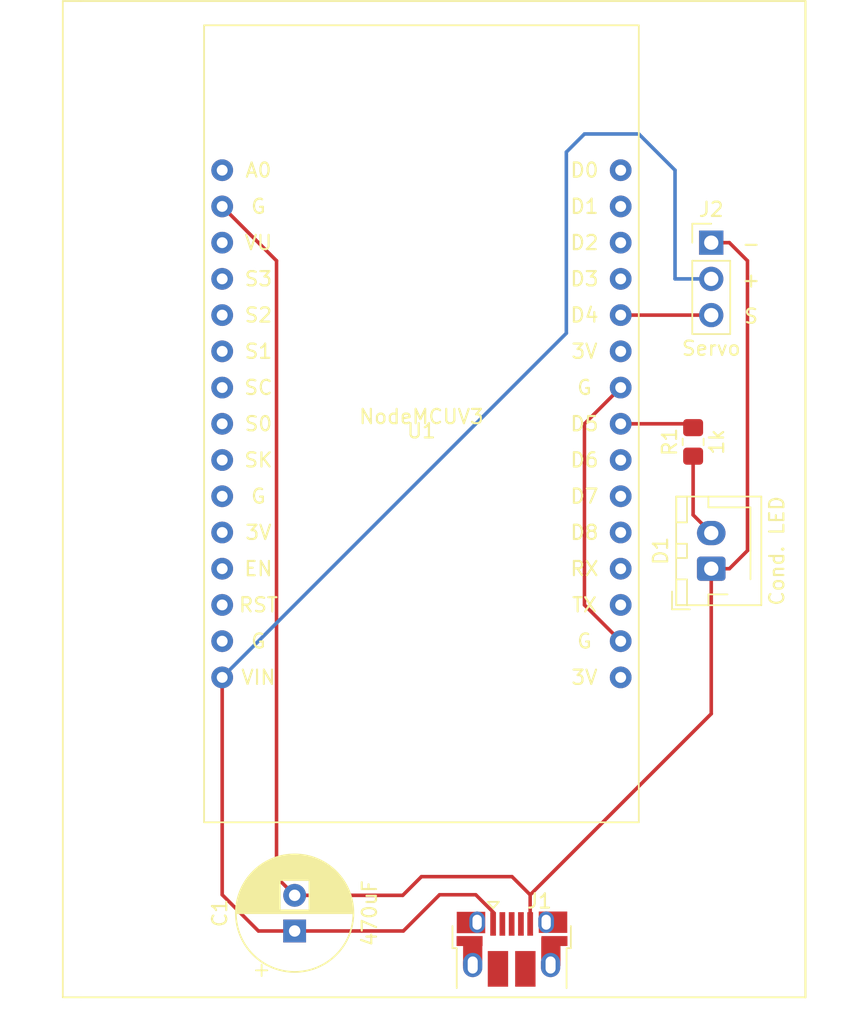
<source format=kicad_pcb>
(kicad_pcb (version 20171130) (host pcbnew "(5.1.10)-1")

  (general
    (thickness 1.6)
    (drawings 9)
    (tracks 37)
    (zones 0)
    (modules 10)
    (nets 21)
  )

  (page A4)
  (layers
    (0 F.Cu signal)
    (31 B.Cu signal)
    (32 B.Adhes user)
    (33 F.Adhes user)
    (34 B.Paste user)
    (35 F.Paste user)
    (36 B.SilkS user)
    (37 F.SilkS user)
    (38 B.Mask user)
    (39 F.Mask user)
    (40 Dwgs.User user)
    (41 Cmts.User user)
    (42 Eco1.User user)
    (43 Eco2.User user)
    (44 Edge.Cuts user)
    (45 Margin user)
    (46 B.CrtYd user)
    (47 F.CrtYd user)
    (48 B.Fab user)
    (49 F.Fab user)
  )

  (setup
    (last_trace_width 0.25)
    (trace_clearance 0.2)
    (zone_clearance 0.508)
    (zone_45_only no)
    (trace_min 0.2)
    (via_size 0.8)
    (via_drill 0.4)
    (via_min_size 0.4)
    (via_min_drill 0.3)
    (uvia_size 0.3)
    (uvia_drill 0.1)
    (uvias_allowed no)
    (uvia_min_size 0.2)
    (uvia_min_drill 0.1)
    (edge_width 0.05)
    (segment_width 0.2)
    (pcb_text_width 0.3)
    (pcb_text_size 1.5 1.5)
    (mod_edge_width 0.12)
    (mod_text_size 1 1)
    (mod_text_width 0.15)
    (pad_size 1.524 1.524)
    (pad_drill 0.762)
    (pad_to_mask_clearance 0)
    (aux_axis_origin 0 0)
    (visible_elements 7FFFFFFF)
    (pcbplotparams
      (layerselection 0x010fc_ffffffff)
      (usegerberextensions true)
      (usegerberattributes true)
      (usegerberadvancedattributes true)
      (creategerberjobfile true)
      (excludeedgelayer true)
      (linewidth 0.100000)
      (plotframeref false)
      (viasonmask false)
      (mode 1)
      (useauxorigin false)
      (hpglpennumber 1)
      (hpglpenspeed 20)
      (hpglpendiameter 15.000000)
      (psnegative false)
      (psa4output false)
      (plotreference true)
      (plotvalue true)
      (plotinvisibletext false)
      (padsonsilk false)
      (subtractmaskfromsilk false)
      (outputformat 1)
      (mirror false)
      (drillshape 0)
      (scaleselection 1)
      (outputdirectory "gerber/"))
  )

  (net 0 "")
  (net 1 "Net-(C1-Pad1)")
  (net 2 "Net-(C1-Pad2)")
  (net 3 "Net-(D1-Pad2)")
  (net 4 "Net-(J1-Pad2)")
  (net 5 "Net-(J1-Pad3)")
  (net 6 "Net-(J1-Pad4)")
  (net 7 "Net-(J2-Pad3)")
  (net 8 "Net-(R1-Pad2)")
  (net 9 "Net-(U1-Pad0)")
  (net 10 "Net-(U1-Pad27)")
  (net 11 "Net-(U1-Pad26)")
  (net 12 "Net-(U1-Pad25)")
  (net 13 "Net-(U1-Pad24)")
  (net 14 "Net-(U1-Pad23)")
  (net 15 "Net-(U1-Pad18)")
  (net 16 "Net-(U1-Pad17)")
  (net 17 "Net-(U1-Pad16)")
  (net 18 "Net-(U1-Pad15)")
  (net 19 "Net-(U1-Pad12)")
  (net 20 "Net-(U1-Pad10)")

  (net_class Default "This is the default net class."
    (clearance 0.2)
    (trace_width 0.25)
    (via_dia 0.8)
    (via_drill 0.4)
    (uvia_dia 0.3)
    (uvia_drill 0.1)
    (add_net "Net-(C1-Pad1)")
    (add_net "Net-(C1-Pad2)")
    (add_net "Net-(D1-Pad2)")
    (add_net "Net-(J1-Pad2)")
    (add_net "Net-(J1-Pad3)")
    (add_net "Net-(J1-Pad4)")
    (add_net "Net-(J2-Pad3)")
    (add_net "Net-(R1-Pad2)")
    (add_net "Net-(U1-Pad0)")
    (add_net "Net-(U1-Pad10)")
    (add_net "Net-(U1-Pad12)")
    (add_net "Net-(U1-Pad15)")
    (add_net "Net-(U1-Pad16)")
    (add_net "Net-(U1-Pad17)")
    (add_net "Net-(U1-Pad18)")
    (add_net "Net-(U1-Pad23)")
    (add_net "Net-(U1-Pad24)")
    (add_net "Net-(U1-Pad25)")
    (add_net "Net-(U1-Pad26)")
    (add_net "Net-(U1-Pad27)")
  )

  (module MountingHole:MountingHole_3.2mm_M3 (layer F.Cu) (tedit 56D1B4CB) (tstamp 6129E0B2)
    (at 121.92 64.77)
    (descr "Mounting Hole 3.2mm, no annular, M3")
    (tags "mounting hole 3.2mm no annular m3")
    (attr virtual)
    (fp_text reference REF** (at 0 -4.2) (layer F.SilkS) hide
      (effects (font (size 1 1) (thickness 0.15)))
    )
    (fp_text value MountingHole_3.2mm_M3 (at 0 4.2) (layer F.Fab)
      (effects (font (size 1 1) (thickness 0.15)))
    )
    (fp_text user %R (at 0.3 0) (layer F.Fab)
      (effects (font (size 1 1) (thickness 0.15)))
    )
    (fp_circle (center 0 0) (end 3.2 0) (layer Cmts.User) (width 0.15))
    (fp_circle (center 0 0) (end 3.45 0) (layer F.CrtYd) (width 0.05))
    (pad 1 np_thru_hole circle (at 0 0) (size 3.2 3.2) (drill 3.2) (layers *.Cu *.Mask))
  )

  (module MountingHole:MountingHole_3.2mm_M3 (layer F.Cu) (tedit 56D1B4CB) (tstamp 6129E087)
    (at 163.83 64.77)
    (descr "Mounting Hole 3.2mm, no annular, M3")
    (tags "mounting hole 3.2mm no annular m3")
    (attr virtual)
    (fp_text reference REF** (at 0 -4.2) (layer F.SilkS) hide
      (effects (font (size 1 1) (thickness 0.15)))
    )
    (fp_text value MountingHole_3.2mm_M3 (at 0 4.2) (layer F.Fab)
      (effects (font (size 1 1) (thickness 0.15)))
    )
    (fp_text user %R (at 0.3 0) (layer F.Fab)
      (effects (font (size 1 1) (thickness 0.15)))
    )
    (fp_circle (center 0 0) (end 3.2 0) (layer Cmts.User) (width 0.15))
    (fp_circle (center 0 0) (end 3.45 0) (layer F.CrtYd) (width 0.05))
    (pad 1 np_thru_hole circle (at 0 0) (size 3.2 3.2) (drill 3.2) (layers *.Cu *.Mask))
  )

  (module MountingHole:MountingHole_3.2mm_M3 (layer F.Cu) (tedit 56D1B4CB) (tstamp 6129E041)
    (at 121.92 124.46)
    (descr "Mounting Hole 3.2mm, no annular, M3")
    (tags "mounting hole 3.2mm no annular m3")
    (attr virtual)
    (fp_text reference REF** (at 0 -4.2) (layer Dwgs.User) hide
      (effects (font (size 1 1) (thickness 0.15)))
    )
    (fp_text value MountingHole_3.2mm_M3 (at 0 4.2) (layer F.Fab) hide
      (effects (font (size 1 1) (thickness 0.15)))
    )
    (fp_text user %R (at 0.3 0) (layer F.Fab)
      (effects (font (size 1 1) (thickness 0.15)))
    )
    (fp_circle (center 0 0) (end 3.2 0) (layer Cmts.User) (width 0.15))
    (fp_circle (center 0 0) (end 3.45 0) (layer F.CrtYd) (width 0.05))
    (pad 1 np_thru_hole circle (at 0 0) (size 3.2 3.2) (drill 3.2) (layers *.Cu *.Mask))
  )

  (module MountingHole:MountingHole_3.2mm_M3 (layer F.Cu) (tedit 56D1B4CB) (tstamp 6129B023)
    (at 163.83 124.46)
    (descr "Mounting Hole 3.2mm, no annular, M3")
    (tags "mounting hole 3.2mm no annular m3")
    (attr virtual)
    (fp_text reference REF** (at 0 -4.2) (layer F.SilkS) hide
      (effects (font (size 1 1) (thickness 0.15)))
    )
    (fp_text value MountingHole_3.2mm_M3 (at 0 4.2) (layer F.Fab) hide
      (effects (font (size 1 1) (thickness 0.15)))
    )
    (fp_circle (center 0 0) (end 3.45 0) (layer F.CrtYd) (width 0.05))
    (fp_circle (center 0 0) (end 3.2 0) (layer Cmts.User) (width 0.15))
    (fp_text user %R (at 0.3 0) (layer F.Fab)
      (effects (font (size 1 1) (thickness 0.15)))
    )
    (pad 1 np_thru_hole circle (at 0 0) (size 3.2 3.2) (drill 3.2) (layers *.Cu *.Mask))
  )

  (module Capacitor_THT:CP_Radial_D8.0mm_P2.50mm (layer F.Cu) (tedit 5AE50EF0) (tstamp 6129A6C9)
    (at 133.096 124.888 90)
    (descr "CP, Radial series, Radial, pin pitch=2.50mm, , diameter=8mm, Electrolytic Capacitor")
    (tags "CP Radial series Radial pin pitch 2.50mm  diameter 8mm Electrolytic Capacitor")
    (path /612657E0)
    (fp_text reference C1 (at 1.25 -5.25 90) (layer F.SilkS)
      (effects (font (size 1 1) (thickness 0.15)))
    )
    (fp_text value 470uF (at 1.25 5.25 90) (layer F.SilkS)
      (effects (font (size 1 1) (thickness 0.15)))
    )
    (fp_circle (center 1.25 0) (end 5.25 0) (layer F.Fab) (width 0.1))
    (fp_circle (center 1.25 0) (end 5.37 0) (layer F.SilkS) (width 0.12))
    (fp_circle (center 1.25 0) (end 5.5 0) (layer F.CrtYd) (width 0.05))
    (fp_line (start -2.176759 -1.7475) (end -1.376759 -1.7475) (layer F.Fab) (width 0.1))
    (fp_line (start -1.776759 -2.1475) (end -1.776759 -1.3475) (layer F.Fab) (width 0.1))
    (fp_line (start 1.25 -4.08) (end 1.25 4.08) (layer F.SilkS) (width 0.12))
    (fp_line (start 1.29 -4.08) (end 1.29 4.08) (layer F.SilkS) (width 0.12))
    (fp_line (start 1.33 -4.08) (end 1.33 4.08) (layer F.SilkS) (width 0.12))
    (fp_line (start 1.37 -4.079) (end 1.37 4.079) (layer F.SilkS) (width 0.12))
    (fp_line (start 1.41 -4.077) (end 1.41 4.077) (layer F.SilkS) (width 0.12))
    (fp_line (start 1.45 -4.076) (end 1.45 4.076) (layer F.SilkS) (width 0.12))
    (fp_line (start 1.49 -4.074) (end 1.49 -1.04) (layer F.SilkS) (width 0.12))
    (fp_line (start 1.49 1.04) (end 1.49 4.074) (layer F.SilkS) (width 0.12))
    (fp_line (start 1.53 -4.071) (end 1.53 -1.04) (layer F.SilkS) (width 0.12))
    (fp_line (start 1.53 1.04) (end 1.53 4.071) (layer F.SilkS) (width 0.12))
    (fp_line (start 1.57 -4.068) (end 1.57 -1.04) (layer F.SilkS) (width 0.12))
    (fp_line (start 1.57 1.04) (end 1.57 4.068) (layer F.SilkS) (width 0.12))
    (fp_line (start 1.61 -4.065) (end 1.61 -1.04) (layer F.SilkS) (width 0.12))
    (fp_line (start 1.61 1.04) (end 1.61 4.065) (layer F.SilkS) (width 0.12))
    (fp_line (start 1.65 -4.061) (end 1.65 -1.04) (layer F.SilkS) (width 0.12))
    (fp_line (start 1.65 1.04) (end 1.65 4.061) (layer F.SilkS) (width 0.12))
    (fp_line (start 1.69 -4.057) (end 1.69 -1.04) (layer F.SilkS) (width 0.12))
    (fp_line (start 1.69 1.04) (end 1.69 4.057) (layer F.SilkS) (width 0.12))
    (fp_line (start 1.73 -4.052) (end 1.73 -1.04) (layer F.SilkS) (width 0.12))
    (fp_line (start 1.73 1.04) (end 1.73 4.052) (layer F.SilkS) (width 0.12))
    (fp_line (start 1.77 -4.048) (end 1.77 -1.04) (layer F.SilkS) (width 0.12))
    (fp_line (start 1.77 1.04) (end 1.77 4.048) (layer F.SilkS) (width 0.12))
    (fp_line (start 1.81 -4.042) (end 1.81 -1.04) (layer F.SilkS) (width 0.12))
    (fp_line (start 1.81 1.04) (end 1.81 4.042) (layer F.SilkS) (width 0.12))
    (fp_line (start 1.85 -4.037) (end 1.85 -1.04) (layer F.SilkS) (width 0.12))
    (fp_line (start 1.85 1.04) (end 1.85 4.037) (layer F.SilkS) (width 0.12))
    (fp_line (start 1.89 -4.03) (end 1.89 -1.04) (layer F.SilkS) (width 0.12))
    (fp_line (start 1.89 1.04) (end 1.89 4.03) (layer F.SilkS) (width 0.12))
    (fp_line (start 1.93 -4.024) (end 1.93 -1.04) (layer F.SilkS) (width 0.12))
    (fp_line (start 1.93 1.04) (end 1.93 4.024) (layer F.SilkS) (width 0.12))
    (fp_line (start 1.971 -4.017) (end 1.971 -1.04) (layer F.SilkS) (width 0.12))
    (fp_line (start 1.971 1.04) (end 1.971 4.017) (layer F.SilkS) (width 0.12))
    (fp_line (start 2.011 -4.01) (end 2.011 -1.04) (layer F.SilkS) (width 0.12))
    (fp_line (start 2.011 1.04) (end 2.011 4.01) (layer F.SilkS) (width 0.12))
    (fp_line (start 2.051 -4.002) (end 2.051 -1.04) (layer F.SilkS) (width 0.12))
    (fp_line (start 2.051 1.04) (end 2.051 4.002) (layer F.SilkS) (width 0.12))
    (fp_line (start 2.091 -3.994) (end 2.091 -1.04) (layer F.SilkS) (width 0.12))
    (fp_line (start 2.091 1.04) (end 2.091 3.994) (layer F.SilkS) (width 0.12))
    (fp_line (start 2.131 -3.985) (end 2.131 -1.04) (layer F.SilkS) (width 0.12))
    (fp_line (start 2.131 1.04) (end 2.131 3.985) (layer F.SilkS) (width 0.12))
    (fp_line (start 2.171 -3.976) (end 2.171 -1.04) (layer F.SilkS) (width 0.12))
    (fp_line (start 2.171 1.04) (end 2.171 3.976) (layer F.SilkS) (width 0.12))
    (fp_line (start 2.211 -3.967) (end 2.211 -1.04) (layer F.SilkS) (width 0.12))
    (fp_line (start 2.211 1.04) (end 2.211 3.967) (layer F.SilkS) (width 0.12))
    (fp_line (start 2.251 -3.957) (end 2.251 -1.04) (layer F.SilkS) (width 0.12))
    (fp_line (start 2.251 1.04) (end 2.251 3.957) (layer F.SilkS) (width 0.12))
    (fp_line (start 2.291 -3.947) (end 2.291 -1.04) (layer F.SilkS) (width 0.12))
    (fp_line (start 2.291 1.04) (end 2.291 3.947) (layer F.SilkS) (width 0.12))
    (fp_line (start 2.331 -3.936) (end 2.331 -1.04) (layer F.SilkS) (width 0.12))
    (fp_line (start 2.331 1.04) (end 2.331 3.936) (layer F.SilkS) (width 0.12))
    (fp_line (start 2.371 -3.925) (end 2.371 -1.04) (layer F.SilkS) (width 0.12))
    (fp_line (start 2.371 1.04) (end 2.371 3.925) (layer F.SilkS) (width 0.12))
    (fp_line (start 2.411 -3.914) (end 2.411 -1.04) (layer F.SilkS) (width 0.12))
    (fp_line (start 2.411 1.04) (end 2.411 3.914) (layer F.SilkS) (width 0.12))
    (fp_line (start 2.451 -3.902) (end 2.451 -1.04) (layer F.SilkS) (width 0.12))
    (fp_line (start 2.451 1.04) (end 2.451 3.902) (layer F.SilkS) (width 0.12))
    (fp_line (start 2.491 -3.889) (end 2.491 -1.04) (layer F.SilkS) (width 0.12))
    (fp_line (start 2.491 1.04) (end 2.491 3.889) (layer F.SilkS) (width 0.12))
    (fp_line (start 2.531 -3.877) (end 2.531 -1.04) (layer F.SilkS) (width 0.12))
    (fp_line (start 2.531 1.04) (end 2.531 3.877) (layer F.SilkS) (width 0.12))
    (fp_line (start 2.571 -3.863) (end 2.571 -1.04) (layer F.SilkS) (width 0.12))
    (fp_line (start 2.571 1.04) (end 2.571 3.863) (layer F.SilkS) (width 0.12))
    (fp_line (start 2.611 -3.85) (end 2.611 -1.04) (layer F.SilkS) (width 0.12))
    (fp_line (start 2.611 1.04) (end 2.611 3.85) (layer F.SilkS) (width 0.12))
    (fp_line (start 2.651 -3.835) (end 2.651 -1.04) (layer F.SilkS) (width 0.12))
    (fp_line (start 2.651 1.04) (end 2.651 3.835) (layer F.SilkS) (width 0.12))
    (fp_line (start 2.691 -3.821) (end 2.691 -1.04) (layer F.SilkS) (width 0.12))
    (fp_line (start 2.691 1.04) (end 2.691 3.821) (layer F.SilkS) (width 0.12))
    (fp_line (start 2.731 -3.805) (end 2.731 -1.04) (layer F.SilkS) (width 0.12))
    (fp_line (start 2.731 1.04) (end 2.731 3.805) (layer F.SilkS) (width 0.12))
    (fp_line (start 2.771 -3.79) (end 2.771 -1.04) (layer F.SilkS) (width 0.12))
    (fp_line (start 2.771 1.04) (end 2.771 3.79) (layer F.SilkS) (width 0.12))
    (fp_line (start 2.811 -3.774) (end 2.811 -1.04) (layer F.SilkS) (width 0.12))
    (fp_line (start 2.811 1.04) (end 2.811 3.774) (layer F.SilkS) (width 0.12))
    (fp_line (start 2.851 -3.757) (end 2.851 -1.04) (layer F.SilkS) (width 0.12))
    (fp_line (start 2.851 1.04) (end 2.851 3.757) (layer F.SilkS) (width 0.12))
    (fp_line (start 2.891 -3.74) (end 2.891 -1.04) (layer F.SilkS) (width 0.12))
    (fp_line (start 2.891 1.04) (end 2.891 3.74) (layer F.SilkS) (width 0.12))
    (fp_line (start 2.931 -3.722) (end 2.931 -1.04) (layer F.SilkS) (width 0.12))
    (fp_line (start 2.931 1.04) (end 2.931 3.722) (layer F.SilkS) (width 0.12))
    (fp_line (start 2.971 -3.704) (end 2.971 -1.04) (layer F.SilkS) (width 0.12))
    (fp_line (start 2.971 1.04) (end 2.971 3.704) (layer F.SilkS) (width 0.12))
    (fp_line (start 3.011 -3.686) (end 3.011 -1.04) (layer F.SilkS) (width 0.12))
    (fp_line (start 3.011 1.04) (end 3.011 3.686) (layer F.SilkS) (width 0.12))
    (fp_line (start 3.051 -3.666) (end 3.051 -1.04) (layer F.SilkS) (width 0.12))
    (fp_line (start 3.051 1.04) (end 3.051 3.666) (layer F.SilkS) (width 0.12))
    (fp_line (start 3.091 -3.647) (end 3.091 -1.04) (layer F.SilkS) (width 0.12))
    (fp_line (start 3.091 1.04) (end 3.091 3.647) (layer F.SilkS) (width 0.12))
    (fp_line (start 3.131 -3.627) (end 3.131 -1.04) (layer F.SilkS) (width 0.12))
    (fp_line (start 3.131 1.04) (end 3.131 3.627) (layer F.SilkS) (width 0.12))
    (fp_line (start 3.171 -3.606) (end 3.171 -1.04) (layer F.SilkS) (width 0.12))
    (fp_line (start 3.171 1.04) (end 3.171 3.606) (layer F.SilkS) (width 0.12))
    (fp_line (start 3.211 -3.584) (end 3.211 -1.04) (layer F.SilkS) (width 0.12))
    (fp_line (start 3.211 1.04) (end 3.211 3.584) (layer F.SilkS) (width 0.12))
    (fp_line (start 3.251 -3.562) (end 3.251 -1.04) (layer F.SilkS) (width 0.12))
    (fp_line (start 3.251 1.04) (end 3.251 3.562) (layer F.SilkS) (width 0.12))
    (fp_line (start 3.291 -3.54) (end 3.291 -1.04) (layer F.SilkS) (width 0.12))
    (fp_line (start 3.291 1.04) (end 3.291 3.54) (layer F.SilkS) (width 0.12))
    (fp_line (start 3.331 -3.517) (end 3.331 -1.04) (layer F.SilkS) (width 0.12))
    (fp_line (start 3.331 1.04) (end 3.331 3.517) (layer F.SilkS) (width 0.12))
    (fp_line (start 3.371 -3.493) (end 3.371 -1.04) (layer F.SilkS) (width 0.12))
    (fp_line (start 3.371 1.04) (end 3.371 3.493) (layer F.SilkS) (width 0.12))
    (fp_line (start 3.411 -3.469) (end 3.411 -1.04) (layer F.SilkS) (width 0.12))
    (fp_line (start 3.411 1.04) (end 3.411 3.469) (layer F.SilkS) (width 0.12))
    (fp_line (start 3.451 -3.444) (end 3.451 -1.04) (layer F.SilkS) (width 0.12))
    (fp_line (start 3.451 1.04) (end 3.451 3.444) (layer F.SilkS) (width 0.12))
    (fp_line (start 3.491 -3.418) (end 3.491 -1.04) (layer F.SilkS) (width 0.12))
    (fp_line (start 3.491 1.04) (end 3.491 3.418) (layer F.SilkS) (width 0.12))
    (fp_line (start 3.531 -3.392) (end 3.531 -1.04) (layer F.SilkS) (width 0.12))
    (fp_line (start 3.531 1.04) (end 3.531 3.392) (layer F.SilkS) (width 0.12))
    (fp_line (start 3.571 -3.365) (end 3.571 3.365) (layer F.SilkS) (width 0.12))
    (fp_line (start 3.611 -3.338) (end 3.611 3.338) (layer F.SilkS) (width 0.12))
    (fp_line (start 3.651 -3.309) (end 3.651 3.309) (layer F.SilkS) (width 0.12))
    (fp_line (start 3.691 -3.28) (end 3.691 3.28) (layer F.SilkS) (width 0.12))
    (fp_line (start 3.731 -3.25) (end 3.731 3.25) (layer F.SilkS) (width 0.12))
    (fp_line (start 3.771 -3.22) (end 3.771 3.22) (layer F.SilkS) (width 0.12))
    (fp_line (start 3.811 -3.189) (end 3.811 3.189) (layer F.SilkS) (width 0.12))
    (fp_line (start 3.851 -3.156) (end 3.851 3.156) (layer F.SilkS) (width 0.12))
    (fp_line (start 3.891 -3.124) (end 3.891 3.124) (layer F.SilkS) (width 0.12))
    (fp_line (start 3.931 -3.09) (end 3.931 3.09) (layer F.SilkS) (width 0.12))
    (fp_line (start 3.971 -3.055) (end 3.971 3.055) (layer F.SilkS) (width 0.12))
    (fp_line (start 4.011 -3.019) (end 4.011 3.019) (layer F.SilkS) (width 0.12))
    (fp_line (start 4.051 -2.983) (end 4.051 2.983) (layer F.SilkS) (width 0.12))
    (fp_line (start 4.091 -2.945) (end 4.091 2.945) (layer F.SilkS) (width 0.12))
    (fp_line (start 4.131 -2.907) (end 4.131 2.907) (layer F.SilkS) (width 0.12))
    (fp_line (start 4.171 -2.867) (end 4.171 2.867) (layer F.SilkS) (width 0.12))
    (fp_line (start 4.211 -2.826) (end 4.211 2.826) (layer F.SilkS) (width 0.12))
    (fp_line (start 4.251 -2.784) (end 4.251 2.784) (layer F.SilkS) (width 0.12))
    (fp_line (start 4.291 -2.741) (end 4.291 2.741) (layer F.SilkS) (width 0.12))
    (fp_line (start 4.331 -2.697) (end 4.331 2.697) (layer F.SilkS) (width 0.12))
    (fp_line (start 4.371 -2.651) (end 4.371 2.651) (layer F.SilkS) (width 0.12))
    (fp_line (start 4.411 -2.604) (end 4.411 2.604) (layer F.SilkS) (width 0.12))
    (fp_line (start 4.451 -2.556) (end 4.451 2.556) (layer F.SilkS) (width 0.12))
    (fp_line (start 4.491 -2.505) (end 4.491 2.505) (layer F.SilkS) (width 0.12))
    (fp_line (start 4.531 -2.454) (end 4.531 2.454) (layer F.SilkS) (width 0.12))
    (fp_line (start 4.571 -2.4) (end 4.571 2.4) (layer F.SilkS) (width 0.12))
    (fp_line (start 4.611 -2.345) (end 4.611 2.345) (layer F.SilkS) (width 0.12))
    (fp_line (start 4.651 -2.287) (end 4.651 2.287) (layer F.SilkS) (width 0.12))
    (fp_line (start 4.691 -2.228) (end 4.691 2.228) (layer F.SilkS) (width 0.12))
    (fp_line (start 4.731 -2.166) (end 4.731 2.166) (layer F.SilkS) (width 0.12))
    (fp_line (start 4.771 -2.102) (end 4.771 2.102) (layer F.SilkS) (width 0.12))
    (fp_line (start 4.811 -2.034) (end 4.811 2.034) (layer F.SilkS) (width 0.12))
    (fp_line (start 4.851 -1.964) (end 4.851 1.964) (layer F.SilkS) (width 0.12))
    (fp_line (start 4.891 -1.89) (end 4.891 1.89) (layer F.SilkS) (width 0.12))
    (fp_line (start 4.931 -1.813) (end 4.931 1.813) (layer F.SilkS) (width 0.12))
    (fp_line (start 4.971 -1.731) (end 4.971 1.731) (layer F.SilkS) (width 0.12))
    (fp_line (start 5.011 -1.645) (end 5.011 1.645) (layer F.SilkS) (width 0.12))
    (fp_line (start 5.051 -1.552) (end 5.051 1.552) (layer F.SilkS) (width 0.12))
    (fp_line (start 5.091 -1.453) (end 5.091 1.453) (layer F.SilkS) (width 0.12))
    (fp_line (start 5.131 -1.346) (end 5.131 1.346) (layer F.SilkS) (width 0.12))
    (fp_line (start 5.171 -1.229) (end 5.171 1.229) (layer F.SilkS) (width 0.12))
    (fp_line (start 5.211 -1.098) (end 5.211 1.098) (layer F.SilkS) (width 0.12))
    (fp_line (start 5.251 -0.948) (end 5.251 0.948) (layer F.SilkS) (width 0.12))
    (fp_line (start 5.291 -0.768) (end 5.291 0.768) (layer F.SilkS) (width 0.12))
    (fp_line (start 5.331 -0.533) (end 5.331 0.533) (layer F.SilkS) (width 0.12))
    (fp_line (start -3.159698 -2.315) (end -2.359698 -2.315) (layer F.SilkS) (width 0.12))
    (fp_line (start -2.759698 -2.715) (end -2.759698 -1.915) (layer F.SilkS) (width 0.12))
    (fp_text user %R (at 1.25 0 90) (layer F.Fab)
      (effects (font (size 1 1) (thickness 0.15)))
    )
    (pad 2 thru_hole circle (at 2.5 0 90) (size 1.6 1.6) (drill 0.8) (layers *.Cu *.Mask)
      (net 2 "Net-(C1-Pad2)"))
    (pad 1 thru_hole rect (at 0 0 90) (size 1.6 1.6) (drill 0.8) (layers *.Cu *.Mask)
      (net 1 "Net-(C1-Pad1)"))
    (model ${KISYS3DMOD}/Capacitor_THT.3dshapes/CP_Radial_D8.0mm_P2.50mm.wrl
      (at (xyz 0 0 0))
      (scale (xyz 1 1 1))
      (rotate (xyz 0 0 0))
    )
  )

  (module Connector_JST:JST_XH_B2B-XH-AM_1x02_P2.50mm_Vertical (layer F.Cu) (tedit 5C28146E) (tstamp 6129A6F3)
    (at 162.306 99.488 90)
    (descr "JST XH series connector, B2B-XH-AM, with boss (http://www.jst-mfg.com/product/pdf/eng/eXH.pdf), generated with kicad-footprint-generator")
    (tags "connector JST XH vertical boss")
    (path /612648D4)
    (fp_text reference D1 (at 1.25 -3.55 90) (layer F.SilkS)
      (effects (font (size 1 1) (thickness 0.15)))
    )
    (fp_text value "Cond. LED" (at 1.25 4.6 90) (layer F.SilkS)
      (effects (font (size 1 1) (thickness 0.15)))
    )
    (fp_line (start -2.45 -2.35) (end -2.45 3.4) (layer F.Fab) (width 0.1))
    (fp_line (start -2.45 3.4) (end 4.95 3.4) (layer F.Fab) (width 0.1))
    (fp_line (start 4.95 3.4) (end 4.95 -2.35) (layer F.Fab) (width 0.1))
    (fp_line (start 4.95 -2.35) (end -2.45 -2.35) (layer F.Fab) (width 0.1))
    (fp_line (start -2.56 -2.46) (end -2.56 3.51) (layer F.SilkS) (width 0.12))
    (fp_line (start -2.56 3.51) (end 5.06 3.51) (layer F.SilkS) (width 0.12))
    (fp_line (start 5.06 3.51) (end 5.06 -2.46) (layer F.SilkS) (width 0.12))
    (fp_line (start 5.06 -2.46) (end -2.56 -2.46) (layer F.SilkS) (width 0.12))
    (fp_line (start -2.95 -2.85) (end -2.95 3.9) (layer F.CrtYd) (width 0.05))
    (fp_line (start -2.95 3.9) (end 5.45 3.9) (layer F.CrtYd) (width 0.05))
    (fp_line (start 5.45 3.9) (end 5.45 -2.85) (layer F.CrtYd) (width 0.05))
    (fp_line (start 5.45 -2.85) (end -2.95 -2.85) (layer F.CrtYd) (width 0.05))
    (fp_line (start -0.625 -2.35) (end 0 -1.35) (layer F.Fab) (width 0.1))
    (fp_line (start 0 -1.35) (end 0.625 -2.35) (layer F.Fab) (width 0.1))
    (fp_line (start 0.75 -2.45) (end 0.75 -1.7) (layer F.SilkS) (width 0.12))
    (fp_line (start 0.75 -1.7) (end 1.75 -1.7) (layer F.SilkS) (width 0.12))
    (fp_line (start 1.75 -1.7) (end 1.75 -2.45) (layer F.SilkS) (width 0.12))
    (fp_line (start 1.75 -2.45) (end 0.75 -2.45) (layer F.SilkS) (width 0.12))
    (fp_line (start -2.55 -2.45) (end -2.55 -1.7) (layer F.SilkS) (width 0.12))
    (fp_line (start -2.55 -1.7) (end -0.75 -1.7) (layer F.SilkS) (width 0.12))
    (fp_line (start -0.75 -1.7) (end -0.75 -2.45) (layer F.SilkS) (width 0.12))
    (fp_line (start -0.75 -2.45) (end -2.55 -2.45) (layer F.SilkS) (width 0.12))
    (fp_line (start 3.25 -2.45) (end 3.25 -1.7) (layer F.SilkS) (width 0.12))
    (fp_line (start 3.25 -1.7) (end 5.05 -1.7) (layer F.SilkS) (width 0.12))
    (fp_line (start 5.05 -1.7) (end 5.05 -2.45) (layer F.SilkS) (width 0.12))
    (fp_line (start 5.05 -2.45) (end 3.25 -2.45) (layer F.SilkS) (width 0.12))
    (fp_line (start -2.55 -0.2) (end -1.8 -0.2) (layer F.SilkS) (width 0.12))
    (fp_line (start -1.8 -0.2) (end -1.8 1.14) (layer F.SilkS) (width 0.12))
    (fp_line (start 1.25 2.75) (end -0.74 2.75) (layer F.SilkS) (width 0.12))
    (fp_line (start 5.05 -0.2) (end 4.3 -0.2) (layer F.SilkS) (width 0.12))
    (fp_line (start 4.3 -0.2) (end 4.3 2.75) (layer F.SilkS) (width 0.12))
    (fp_line (start 4.3 2.75) (end 1.25 2.75) (layer F.SilkS) (width 0.12))
    (fp_line (start -1.6 -2.75) (end -2.85 -2.75) (layer F.SilkS) (width 0.12))
    (fp_line (start -2.85 -2.75) (end -2.85 -1.5) (layer F.SilkS) (width 0.12))
    (fp_text user %R (at 1.25 2.7 90) (layer F.Fab)
      (effects (font (size 1 1) (thickness 0.15)))
    )
    (pad "" np_thru_hole circle (at -1.6 2 90) (size 1.2 1.2) (drill 1.2) (layers *.Cu *.Mask))
    (pad 2 thru_hole oval (at 2.5 0 90) (size 1.7 2) (drill 1) (layers *.Cu *.Mask)
      (net 3 "Net-(D1-Pad2)"))
    (pad 1 thru_hole roundrect (at 0 0 90) (size 1.7 2) (drill 1) (layers *.Cu *.Mask) (roundrect_rratio 0.1470588235294118)
      (net 2 "Net-(C1-Pad2)"))
    (model ${KISYS3DMOD}/Connector_JST.3dshapes/JST_XH_B2B-XH-AM_1x02_P2.50mm_Vertical.wrl
      (at (xyz 0 0 0))
      (scale (xyz 1 1 1))
      (rotate (xyz 0 0 0))
    )
  )

  (module Connector_USB:USB_Micro-B_Amphenol_10103594-0001LF_Horizontal (layer F.Cu) (tedit 5A1DC0BD) (tstamp 6129A71D)
    (at 148.336 126.158)
    (descr "Micro USB Type B 10103594-0001LF, http://cdn.amphenol-icc.com/media/wysiwyg/files/drawing/10103594.pdf")
    (tags "USB USB_B USB_micro USB_OTG")
    (path /6125A1DB)
    (attr smd)
    (fp_text reference J1 (at 1.925 -3.365) (layer F.SilkS)
      (effects (font (size 1 1) (thickness 0.15)))
    )
    (fp_text value USB (at -0.025 4.435) (layer F.Fab)
      (effects (font (size 1 1) (thickness 0.15)))
    )
    (fp_line (start -4.175 -0.065) (end -4.175 -1.615) (layer F.SilkS) (width 0.12))
    (fp_line (start -4.175 -0.065) (end -3.875 -0.065) (layer F.SilkS) (width 0.12))
    (fp_line (start -3.875 2.735) (end -3.875 -0.065) (layer F.SilkS) (width 0.12))
    (fp_line (start 4.125 -0.065) (end 4.125 -1.615) (layer F.SilkS) (width 0.12))
    (fp_line (start 3.825 -0.065) (end 4.125 -0.065) (layer F.SilkS) (width 0.12))
    (fp_line (start 3.825 2.735) (end 3.825 -0.065) (layer F.SilkS) (width 0.12))
    (fp_line (start -0.925 -3.315) (end -1.325 -2.865) (layer F.SilkS) (width 0.12))
    (fp_line (start -1.725 -3.315) (end -0.925 -3.315) (layer F.SilkS) (width 0.12))
    (fp_line (start -1.325 -2.865) (end -1.725 -3.315) (layer F.SilkS) (width 0.12))
    (fp_line (start -3.775 -0.865) (end -2.975 -1.615) (layer F.Fab) (width 0.12))
    (fp_line (start 3.725 3.335) (end -3.775 3.335) (layer F.Fab) (width 0.12))
    (fp_line (start 3.725 -1.615) (end 3.725 3.335) (layer F.Fab) (width 0.12))
    (fp_line (start -2.975 -1.615) (end 3.725 -1.615) (layer F.Fab) (width 0.12))
    (fp_line (start -3.775 3.335) (end -3.775 -0.865) (layer F.Fab) (width 0.12))
    (fp_line (start -4.025 2.835) (end 3.975 2.835) (layer Dwgs.User) (width 0.1))
    (fp_line (start -4.13 -2.88) (end 4.14 -2.88) (layer F.CrtYd) (width 0.05))
    (fp_line (start -4.13 -2.88) (end -4.13 3.58) (layer F.CrtYd) (width 0.05))
    (fp_line (start 4.14 3.58) (end 4.14 -2.88) (layer F.CrtYd) (width 0.05))
    (fp_line (start 4.14 3.58) (end -4.13 3.58) (layer F.CrtYd) (width 0.05))
    (fp_text user %R (at -0.025 -0.015) (layer F.Fab)
      (effects (font (size 1 1) (thickness 0.15)))
    )
    (fp_text user "PCB edge" (at -0.025 2.235) (layer Dwgs.User)
      (effects (font (size 0.5 0.5) (thickness 0.075)))
    )
    (pad 6 smd rect (at 0.935 1.385 90) (size 2.5 1.43) (layers F.Cu F.Paste F.Mask)
      (net 2 "Net-(C1-Pad2)"))
    (pad 6 smd rect (at -0.985 1.385 90) (size 2.5 1.43) (layers F.Cu F.Paste F.Mask)
      (net 2 "Net-(C1-Pad2)"))
    (pad 6 thru_hole oval (at 2.705 1.115 90) (size 1.7 1.35) (drill oval 1.2 0.7) (layers *.Cu *.Mask)
      (net 2 "Net-(C1-Pad2)"))
    (pad 6 thru_hole oval (at -2.755 1.115 90) (size 1.7 1.35) (drill oval 1.2 0.7) (layers *.Cu *.Mask)
      (net 2 "Net-(C1-Pad2)"))
    (pad 6 thru_hole oval (at 2.395 -1.885 90) (size 1.5 1.1) (drill oval 1.05 0.65) (layers *.Cu *.Mask)
      (net 2 "Net-(C1-Pad2)"))
    (pad 6 thru_hole oval (at -2.445 -1.885 90) (size 1.5 1.1) (drill oval 1.05 0.65) (layers *.Cu *.Mask)
      (net 2 "Net-(C1-Pad2)"))
    (pad 5 smd rect (at 1.275 -1.765 90) (size 1.65 0.4) (layers F.Cu F.Paste F.Mask)
      (net 2 "Net-(C1-Pad2)"))
    (pad 4 smd rect (at 0.625 -1.765 90) (size 1.65 0.4) (layers F.Cu F.Paste F.Mask)
      (net 6 "Net-(J1-Pad4)"))
    (pad 3 smd rect (at -0.025 -1.765 90) (size 1.65 0.4) (layers F.Cu F.Paste F.Mask)
      (net 5 "Net-(J1-Pad3)"))
    (pad 2 smd rect (at -0.675 -1.765 90) (size 1.65 0.4) (layers F.Cu F.Paste F.Mask)
      (net 4 "Net-(J1-Pad2)"))
    (pad 1 smd rect (at -1.325 -1.765 90) (size 1.65 0.4) (layers F.Cu F.Paste F.Mask)
      (net 1 "Net-(C1-Pad1)"))
    (pad 6 smd rect (at 2.875 -1.885) (size 2 1.5) (layers F.Cu F.Paste F.Mask)
      (net 2 "Net-(C1-Pad2)"))
    (pad 6 smd rect (at -2.875 -1.865) (size 2 1.5) (layers F.Cu F.Paste F.Mask)
      (net 2 "Net-(C1-Pad2)"))
    (pad 6 smd rect (at 2.975 -0.565) (size 1.825 0.7) (layers F.Cu F.Paste F.Mask)
      (net 2 "Net-(C1-Pad2)"))
    (pad 6 smd rect (at -2.975 -0.565) (size 1.825 0.7) (layers F.Cu F.Paste F.Mask)
      (net 2 "Net-(C1-Pad2)"))
    (pad 6 smd rect (at -2.755 0.185) (size 1.35 2) (layers F.Cu F.Paste F.Mask)
      (net 2 "Net-(C1-Pad2)"))
    (pad 6 smd rect (at 2.725 0.185) (size 1.35 2) (layers F.Cu F.Paste F.Mask)
      (net 2 "Net-(C1-Pad2)"))
    (model ${KISYS3DMOD}/Connector_USB.3dshapes/USB_Micro-B_Amphenol_10103594-0001LF_Horizontal.wrl
      (at (xyz 0 0 0))
      (scale (xyz 1 1 1))
      (rotate (xyz 0 0 0))
    )
  )

  (module Connector_PinHeader_2.54mm:PinHeader_1x03_P2.54mm_Vertical (layer F.Cu) (tedit 59FED5CC) (tstamp 6129A734)
    (at 162.306 76.628)
    (descr "Through hole straight pin header, 1x03, 2.54mm pitch, single row")
    (tags "Through hole pin header THT 1x03 2.54mm single row")
    (path /612672FA)
    (fp_text reference J2 (at 0 -2.33) (layer F.SilkS)
      (effects (font (size 1 1) (thickness 0.15)))
    )
    (fp_text value Servo (at 0 7.41) (layer F.SilkS)
      (effects (font (size 1 1) (thickness 0.15)))
    )
    (fp_line (start -0.635 -1.27) (end 1.27 -1.27) (layer F.Fab) (width 0.1))
    (fp_line (start 1.27 -1.27) (end 1.27 6.35) (layer F.Fab) (width 0.1))
    (fp_line (start 1.27 6.35) (end -1.27 6.35) (layer F.Fab) (width 0.1))
    (fp_line (start -1.27 6.35) (end -1.27 -0.635) (layer F.Fab) (width 0.1))
    (fp_line (start -1.27 -0.635) (end -0.635 -1.27) (layer F.Fab) (width 0.1))
    (fp_line (start -1.33 6.41) (end 1.33 6.41) (layer F.SilkS) (width 0.12))
    (fp_line (start -1.33 1.27) (end -1.33 6.41) (layer F.SilkS) (width 0.12))
    (fp_line (start 1.33 1.27) (end 1.33 6.41) (layer F.SilkS) (width 0.12))
    (fp_line (start -1.33 1.27) (end 1.33 1.27) (layer F.SilkS) (width 0.12))
    (fp_line (start -1.33 0) (end -1.33 -1.33) (layer F.SilkS) (width 0.12))
    (fp_line (start -1.33 -1.33) (end 0 -1.33) (layer F.SilkS) (width 0.12))
    (fp_line (start -1.8 -1.8) (end -1.8 6.85) (layer F.CrtYd) (width 0.05))
    (fp_line (start -1.8 6.85) (end 1.8 6.85) (layer F.CrtYd) (width 0.05))
    (fp_line (start 1.8 6.85) (end 1.8 -1.8) (layer F.CrtYd) (width 0.05))
    (fp_line (start 1.8 -1.8) (end -1.8 -1.8) (layer F.CrtYd) (width 0.05))
    (fp_text user %R (at 0 2.54 90) (layer F.Fab)
      (effects (font (size 1 1) (thickness 0.15)))
    )
    (pad 3 thru_hole oval (at 0 5.08) (size 1.7 1.7) (drill 1) (layers *.Cu *.Mask)
      (net 7 "Net-(J2-Pad3)"))
    (pad 2 thru_hole oval (at 0 2.54) (size 1.7 1.7) (drill 1) (layers *.Cu *.Mask)
      (net 1 "Net-(C1-Pad1)"))
    (pad 1 thru_hole rect (at 0 0) (size 1.7 1.7) (drill 1) (layers *.Cu *.Mask)
      (net 2 "Net-(C1-Pad2)"))
    (model ${KISYS3DMOD}/Connector_PinHeader_2.54mm.3dshapes/PinHeader_1x03_P2.54mm_Vertical.wrl
      (at (xyz 0 0 0))
      (scale (xyz 1 1 1))
      (rotate (xyz 0 0 0))
    )
  )

  (module Resistor_SMD:R_0805_2012Metric_Pad1.20x1.40mm_HandSolder (layer F.Cu) (tedit 5F68FEEE) (tstamp 6129A745)
    (at 161.036 90.598 90)
    (descr "Resistor SMD 0805 (2012 Metric), square (rectangular) end terminal, IPC_7351 nominal with elongated pad for handsoldering. (Body size source: IPC-SM-782 page 72, https://www.pcb-3d.com/wordpress/wp-content/uploads/ipc-sm-782a_amendment_1_and_2.pdf), generated with kicad-footprint-generator")
    (tags "resistor handsolder")
    (path /61263487)
    (attr smd)
    (fp_text reference R1 (at 0 -1.65 90) (layer F.SilkS)
      (effects (font (size 1 1) (thickness 0.15)))
    )
    (fp_text value 1k (at 0 1.65 90) (layer F.SilkS)
      (effects (font (size 1 1) (thickness 0.15)))
    )
    (fp_line (start -1 0.625) (end -1 -0.625) (layer F.Fab) (width 0.1))
    (fp_line (start -1 -0.625) (end 1 -0.625) (layer F.Fab) (width 0.1))
    (fp_line (start 1 -0.625) (end 1 0.625) (layer F.Fab) (width 0.1))
    (fp_line (start 1 0.625) (end -1 0.625) (layer F.Fab) (width 0.1))
    (fp_line (start -0.227064 -0.735) (end 0.227064 -0.735) (layer F.SilkS) (width 0.12))
    (fp_line (start -0.227064 0.735) (end 0.227064 0.735) (layer F.SilkS) (width 0.12))
    (fp_line (start -1.85 0.95) (end -1.85 -0.95) (layer F.CrtYd) (width 0.05))
    (fp_line (start -1.85 -0.95) (end 1.85 -0.95) (layer F.CrtYd) (width 0.05))
    (fp_line (start 1.85 -0.95) (end 1.85 0.95) (layer F.CrtYd) (width 0.05))
    (fp_line (start 1.85 0.95) (end -1.85 0.95) (layer F.CrtYd) (width 0.05))
    (fp_text user %R (at 0 0 90) (layer F.Fab)
      (effects (font (size 0.5 0.5) (thickness 0.08)))
    )
    (pad 2 smd roundrect (at 1 0 90) (size 1.2 1.4) (layers F.Cu F.Paste F.Mask) (roundrect_rratio 0.2083325)
      (net 8 "Net-(R1-Pad2)"))
    (pad 1 smd roundrect (at -1 0 90) (size 1.2 1.4) (layers F.Cu F.Paste F.Mask) (roundrect_rratio 0.2083325)
      (net 3 "Net-(D1-Pad2)"))
    (model ${KISYS3DMOD}/Resistor_SMD.3dshapes/R_0805_2012Metric.wrl
      (at (xyz 0 0 0))
      (scale (xyz 1 1 1))
      (rotate (xyz 0 0 0))
    )
  )

  (module nodemcu_board:NodeMCUV3 (layer F.Cu) (tedit 61292820) (tstamp 6129A78C)
    (at 141.986 89.328)
    (path /61297303)
    (fp_text reference U1 (at 0 0.5) (layer F.SilkS)
      (effects (font (size 1 1) (thickness 0.15)))
    )
    (fp_text value NodeMCUV3 (at 0 -0.5) (layer F.SilkS)
      (effects (font (size 1 1) (thickness 0.15)))
    )
    (fp_line (start 7.62 -20.32) (end 7.62 -27.94) (layer Dwgs.User) (width 0.12))
    (fp_line (start -7.62 -20.32) (end 7.62 -20.32) (layer Dwgs.User) (width 0.12))
    (fp_line (start -7.62 -27.94) (end -7.62 -20.32) (layer Dwgs.User) (width 0.12))
    (fp_line (start -15.24 27.94) (end -15.24 -27.94) (layer F.SilkS) (width 0.12))
    (fp_line (start 15.24 27.94) (end -15.24 27.94) (layer F.SilkS) (width 0.12))
    (fp_line (start 15.24 -27.94) (end 15.24 27.94) (layer F.SilkS) (width 0.12))
    (fp_line (start -15.24 -27.94) (end 15.24 -27.94) (layer F.SilkS) (width 0.12))
    (fp_text user A0 (at -11.43 -17.78) (layer F.SilkS)
      (effects (font (size 1 1) (thickness 0.15)))
    )
    (fp_text user G (at -11.43 -15.24) (layer F.SilkS)
      (effects (font (size 1 1) (thickness 0.15)))
    )
    (fp_text user VU (at -11.43 -12.7) (layer F.SilkS)
      (effects (font (size 1 1) (thickness 0.15)))
    )
    (fp_text user S3 (at -11.43 -10.16) (layer F.SilkS)
      (effects (font (size 1 1) (thickness 0.15)))
    )
    (fp_text user S2 (at -11.43 -7.62) (layer F.SilkS)
      (effects (font (size 1 1) (thickness 0.15)))
    )
    (fp_text user S1 (at -11.43 -5.08) (layer F.SilkS)
      (effects (font (size 1 1) (thickness 0.15)))
    )
    (fp_text user SC (at -11.43 -2.54) (layer F.SilkS)
      (effects (font (size 1 1) (thickness 0.15)))
    )
    (fp_text user S0 (at -11.43 0) (layer F.SilkS)
      (effects (font (size 1 1) (thickness 0.15)))
    )
    (fp_text user SK (at -11.43 2.54) (layer F.SilkS)
      (effects (font (size 1 1) (thickness 0.15)))
    )
    (fp_text user G (at -11.43 5.08) (layer F.SilkS)
      (effects (font (size 1 1) (thickness 0.15)))
    )
    (fp_text user 3V (at -11.43 7.62) (layer F.SilkS)
      (effects (font (size 1 1) (thickness 0.15)))
    )
    (fp_text user EN (at -11.43 10.16) (layer F.SilkS)
      (effects (font (size 1 1) (thickness 0.15)))
    )
    (fp_text user RST (at -11.43 12.7) (layer F.SilkS)
      (effects (font (size 1 1) (thickness 0.15)))
    )
    (fp_text user G (at -11.43 15.24) (layer F.SilkS)
      (effects (font (size 1 1) (thickness 0.15)))
    )
    (fp_text user VIN (at -11.43 17.78) (layer F.SilkS)
      (effects (font (size 1 1) (thickness 0.15)))
    )
    (fp_text user D0 (at 11.43 -17.78) (layer F.SilkS)
      (effects (font (size 1 1) (thickness 0.15)))
    )
    (fp_text user D1 (at 11.43 -15.24) (layer F.SilkS)
      (effects (font (size 1 1) (thickness 0.15)))
    )
    (fp_text user D2 (at 11.43 -12.7) (layer F.SilkS)
      (effects (font (size 1 1) (thickness 0.15)))
    )
    (fp_text user D3 (at 11.43 -10.16) (layer F.SilkS)
      (effects (font (size 1 1) (thickness 0.15)))
    )
    (fp_text user D4 (at 11.43 -7.62) (layer F.SilkS)
      (effects (font (size 1 1) (thickness 0.15)))
    )
    (fp_text user 3V (at 11.43 -5.08) (layer F.SilkS)
      (effects (font (size 1 1) (thickness 0.15)))
    )
    (fp_text user G (at 11.43 -2.54) (layer F.SilkS)
      (effects (font (size 1 1) (thickness 0.15)))
    )
    (fp_text user D5 (at 11.43 0) (layer F.SilkS)
      (effects (font (size 1 1) (thickness 0.15)))
    )
    (fp_text user D6 (at 11.43 2.54) (layer F.SilkS)
      (effects (font (size 1 1) (thickness 0.15)))
    )
    (fp_text user D7 (at 11.43 5.08) (layer F.SilkS)
      (effects (font (size 1 1) (thickness 0.15)))
    )
    (fp_text user D8 (at 11.43 7.62) (layer F.SilkS)
      (effects (font (size 1 1) (thickness 0.15)))
    )
    (fp_text user RX (at 11.43 10.16) (layer F.SilkS)
      (effects (font (size 1 1) (thickness 0.15)))
    )
    (fp_text user TX (at 11.43 12.7) (layer F.SilkS)
      (effects (font (size 1 1) (thickness 0.15)))
    )
    (fp_text user G (at 11.43 15.24) (layer F.SilkS)
      (effects (font (size 1 1) (thickness 0.15)))
    )
    (fp_text user 3V (at 11.43 17.78) (layer F.SilkS)
      (effects (font (size 1 1) (thickness 0.15)))
    )
    (pad 1 thru_hole circle (at -13.97 -15.24) (size 1.524 1.524) (drill 0.762) (layers *.Cu *.Mask)
      (net 2 "Net-(C1-Pad2)"))
    (pad 2 thru_hole circle (at -13.97 -12.7) (size 1.524 1.524) (drill 0.762) (layers *.Cu *.Mask))
    (pad 3 thru_hole circle (at -13.97 -10.16) (size 1.524 1.524) (drill 0.762) (layers *.Cu *.Mask))
    (pad 4 thru_hole circle (at -13.97 -7.62) (size 1.524 1.524) (drill 0.762) (layers *.Cu *.Mask))
    (pad 5 thru_hole circle (at -13.97 -5.08) (size 1.524 1.524) (drill 0.762) (layers *.Cu *.Mask))
    (pad 6 thru_hole circle (at -13.97 -2.54) (size 1.524 1.524) (drill 0.762) (layers *.Cu *.Mask))
    (pad 7 thru_hole circle (at -13.97 0) (size 1.524 1.524) (drill 0.762) (layers *.Cu *.Mask))
    (pad 8 thru_hole circle (at -13.97 2.54) (size 1.524 1.524) (drill 0.762) (layers *.Cu *.Mask))
    (pad 9 thru_hole circle (at -13.97 5.08) (size 1.524 1.524) (drill 0.762) (layers *.Cu *.Mask))
    (pad 10 thru_hole circle (at -13.97 7.62) (size 1.524 1.524) (drill 0.762) (layers *.Cu *.Mask)
      (net 20 "Net-(U1-Pad10)"))
    (pad 11 thru_hole circle (at -13.97 10.16) (size 1.524 1.524) (drill 0.762) (layers *.Cu *.Mask))
    (pad 12 thru_hole circle (at -13.97 12.7) (size 1.524 1.524) (drill 0.762) (layers *.Cu *.Mask)
      (net 19 "Net-(U1-Pad12)"))
    (pad 13 thru_hole circle (at -13.97 15.24) (size 1.524 1.524) (drill 0.762) (layers *.Cu *.Mask))
    (pad 14 thru_hole circle (at -13.97 17.78) (size 1.524 1.524) (drill 0.762) (layers *.Cu *.Mask)
      (net 1 "Net-(C1-Pad1)"))
    (pad 15 thru_hole circle (at 13.97 -17.78) (size 1.524 1.524) (drill 0.762) (layers *.Cu *.Mask)
      (net 18 "Net-(U1-Pad15)"))
    (pad 16 thru_hole circle (at 13.97 -15.24) (size 1.524 1.524) (drill 0.762) (layers *.Cu *.Mask)
      (net 17 "Net-(U1-Pad16)"))
    (pad 17 thru_hole circle (at 13.97 -12.7) (size 1.524 1.524) (drill 0.762) (layers *.Cu *.Mask)
      (net 16 "Net-(U1-Pad17)"))
    (pad 18 thru_hole circle (at 13.97 -10.16) (size 1.524 1.524) (drill 0.762) (layers *.Cu *.Mask)
      (net 15 "Net-(U1-Pad18)"))
    (pad 19 thru_hole circle (at 13.97 -7.62) (size 1.524 1.524) (drill 0.762) (layers *.Cu *.Mask)
      (net 7 "Net-(J2-Pad3)"))
    (pad 20 thru_hole circle (at 13.97 -5.08) (size 1.524 1.524) (drill 0.762) (layers *.Cu *.Mask))
    (pad 21 thru_hole circle (at 13.97 -2.54) (size 1.524 1.524) (drill 0.762) (layers *.Cu *.Mask))
    (pad 22 thru_hole circle (at 13.97 0) (size 1.524 1.524) (drill 0.762) (layers *.Cu *.Mask)
      (net 8 "Net-(R1-Pad2)"))
    (pad 23 thru_hole circle (at 13.97 2.54) (size 1.524 1.524) (drill 0.762) (layers *.Cu *.Mask)
      (net 14 "Net-(U1-Pad23)"))
    (pad 24 thru_hole circle (at 13.97 5.08) (size 1.524 1.524) (drill 0.762) (layers *.Cu *.Mask)
      (net 13 "Net-(U1-Pad24)"))
    (pad 25 thru_hole circle (at 13.97 7.62) (size 1.524 1.524) (drill 0.762) (layers *.Cu *.Mask)
      (net 12 "Net-(U1-Pad25)"))
    (pad 26 thru_hole circle (at 13.97 10.16) (size 1.524 1.524) (drill 0.762) (layers *.Cu *.Mask)
      (net 11 "Net-(U1-Pad26)"))
    (pad 27 thru_hole circle (at 13.97 12.7) (size 1.524 1.524) (drill 0.762) (layers *.Cu *.Mask)
      (net 10 "Net-(U1-Pad27)"))
    (pad 28 thru_hole circle (at 13.97 15.24) (size 1.524 1.524) (drill 0.762) (layers *.Cu *.Mask))
    (pad 29 thru_hole circle (at 13.97 17.78) (size 1.524 1.524) (drill 0.762) (layers *.Cu *.Mask))
    (pad 0 thru_hole circle (at -13.97 -17.78) (size 1.524 1.524) (drill 0.762) (layers *.Cu *.Mask)
      (net 9 "Net-(U1-Pad0)"))
  )

  (gr_text "S\n" (at 165.1 81.788) (layer F.SilkS)
    (effects (font (size 1 1) (thickness 0.15)))
  )
  (gr_text "+\n" (at 165.1 79.248) (layer F.SilkS)
    (effects (font (size 1 1) (thickness 0.15)))
  )
  (gr_text - (at 165.1 76.708) (layer F.SilkS)
    (effects (font (size 1 1) (thickness 0.15)))
  )
  (gr_line (start 116.84 59.69) (end 118.11 59.69) (layer F.SilkS) (width 0.12) (tstamp 6129E0DA))
  (gr_line (start 118.11 129.54) (end 116.84 129.54) (layer F.SilkS) (width 0.12) (tstamp 6129E0D9))
  (gr_line (start 118.11 59.69) (end 168.91 59.69) (layer F.SilkS) (width 0.12) (tstamp 6129E05C))
  (gr_line (start 116.84 129.54) (end 116.84 59.69) (layer F.SilkS) (width 0.12))
  (gr_line (start 168.91 129.54) (end 118.11 129.54) (layer F.SilkS) (width 0.12))
  (gr_line (start 168.91 129.54) (end 168.91 59.69) (layer F.SilkS) (width 0.15))

  (segment (start 155.956 86.788) (end 153.416 89.328) (width 0.25) (layer F.Cu) (net 0))
  (segment (start 153.416 89.328) (end 153.416 102.028) (width 0.25) (layer F.Cu) (net 0))
  (segment (start 153.416 102.028) (end 155.956 104.568) (width 0.25) (layer F.Cu) (net 0))
  (segment (start 133.096 124.888) (end 140.716 124.888) (width 0.25) (layer F.Cu) (net 1))
  (segment (start 140.716 124.888) (end 143.256 122.348) (width 0.25) (layer F.Cu) (net 1))
  (segment (start 143.256 122.348) (end 145.796 122.348) (width 0.25) (layer F.Cu) (net 1))
  (segment (start 145.796 122.348) (end 147.066 123.618) (width 0.25) (layer F.Cu) (net 1))
  (segment (start 133.096 124.888) (end 130.556 124.888) (width 0.25) (layer F.Cu) (net 1))
  (segment (start 130.556 124.888) (end 128.016 122.348) (width 0.25) (layer F.Cu) (net 1))
  (segment (start 128.016 122.348) (end 128.016 107.108) (width 0.25) (layer F.Cu) (net 1))
  (segment (start 128.016 107.108) (end 152.146 82.978) (width 0.25) (layer B.Cu) (net 1))
  (segment (start 152.146 82.978) (end 152.146 70.278) (width 0.25) (layer B.Cu) (net 1))
  (segment (start 152.146 70.278) (end 153.416 69.008) (width 0.25) (layer B.Cu) (net 1))
  (segment (start 153.416 69.008) (end 157.226 69.008) (width 0.25) (layer B.Cu) (net 1))
  (segment (start 157.226 69.008) (end 159.766 71.548) (width 0.25) (layer B.Cu) (net 1))
  (segment (start 159.766 71.548) (end 159.766 79.168) (width 0.25) (layer B.Cu) (net 1))
  (segment (start 159.766 79.168) (end 162.306 79.168) (width 0.25) (layer B.Cu) (net 1))
  (segment (start 140.676 122.388) (end 133.096 122.388) (width 0.25) (layer F.Cu) (net 2))
  (segment (start 141.986 121.078) (end 140.676 122.388) (width 0.25) (layer F.Cu) (net 2))
  (segment (start 149.611 122.353) (end 148.336 121.078) (width 0.25) (layer F.Cu) (net 2))
  (segment (start 148.336 121.078) (end 141.986 121.078) (width 0.25) (layer F.Cu) (net 2))
  (segment (start 149.611 124.393) (end 149.611 122.353) (width 0.25) (layer F.Cu) (net 2))
  (segment (start 163.576 76.628) (end 162.306 76.628) (width 0.25) (layer F.Cu) (net 2))
  (segment (start 164.846 77.898) (end 163.576 76.628) (width 0.25) (layer F.Cu) (net 2))
  (segment (start 164.846 98.218) (end 164.846 77.898) (width 0.25) (layer F.Cu) (net 2))
  (segment (start 163.576 99.488) (end 164.846 98.218) (width 0.25) (layer F.Cu) (net 2))
  (segment (start 162.306 99.488) (end 163.576 99.488) (width 0.25) (layer F.Cu) (net 2))
  (segment (start 131.826 121.118) (end 131.826 77.898) (width 0.25) (layer F.Cu) (net 2))
  (segment (start 131.826 77.898) (end 128.016 74.088) (width 0.25) (layer F.Cu) (net 2))
  (segment (start 133.096 122.388) (end 131.826 121.118) (width 0.25) (layer F.Cu) (net 2))
  (segment (start 162.306 109.658) (end 149.611 122.353) (width 0.25) (layer F.Cu) (net 2))
  (segment (start 162.306 99.488) (end 162.306 109.658) (width 0.25) (layer F.Cu) (net 2))
  (segment (start 161.036 95.718) (end 162.306 96.988) (width 0.25) (layer F.Cu) (net 3))
  (segment (start 161.036 91.598) (end 161.036 95.718) (width 0.25) (layer F.Cu) (net 3))
  (segment (start 162.306 81.708) (end 155.956 81.708) (width 0.25) (layer F.Cu) (net 7))
  (segment (start 160.766 89.328) (end 161.036 89.598) (width 0.25) (layer F.Cu) (net 8))
  (segment (start 155.956 89.328) (end 160.766 89.328) (width 0.25) (layer F.Cu) (net 8))

)

</source>
